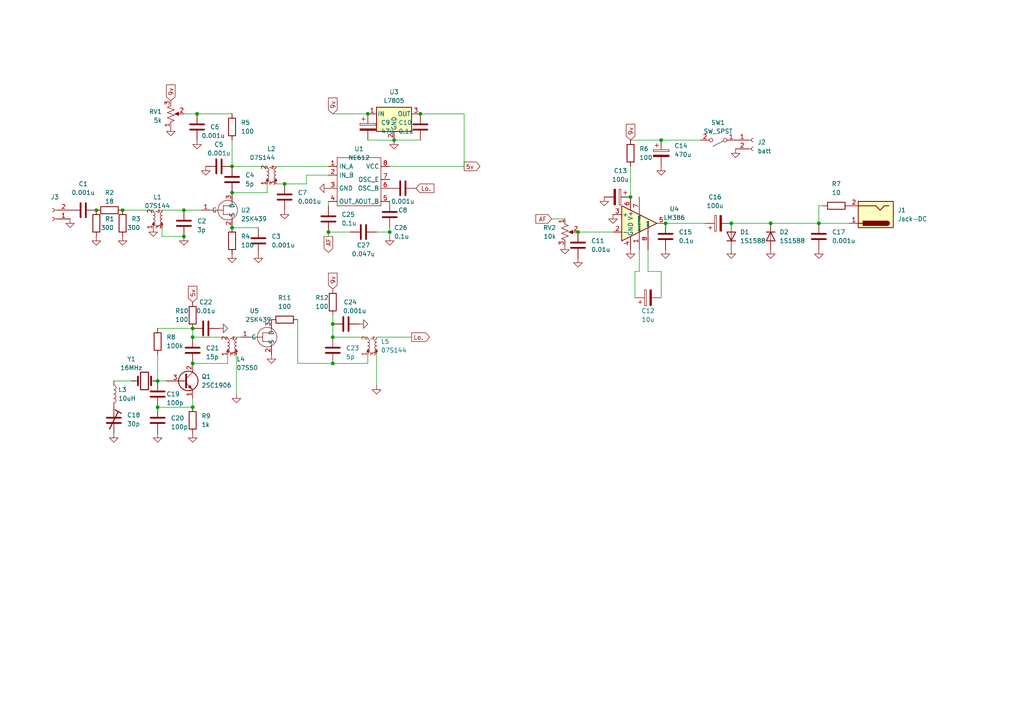
<source format=kicad_sch>
(kicad_sch (version 20230121) (generator eeschema)
  (paper "A4")
  (lib_symbols
    (symbol "2SK439_1"
      (property "Reference" "U" (at 5.08 1.27 0))
      (symbol "2SK439_1_0_1"
        (polyline (pts (xy -1.27 -1.27) (xy 1.27 -1.27) (xy 1.27 -2.54)))
        (polyline (pts (xy -1.27 1.27) (xy 1.27 1.27) (xy 1.27 2.54)))
        (circle (center 0 0) (radius 2.8398))
      )
      (symbol "2SK439_1_1_1"
        (polyline (pts (xy -5.08 0) (xy -1.27 0)))
        (polyline (pts (xy -1.27 1.27) (xy -1.27 -1.27)))
        (pin input line (at -7.62 0 0) (length 2.54) (name "G") (number "1"))
        (pin output line (at 1.27 -5.08 90) (length 2.54) (name "S") (number "2"))
        (pin input line (at 1.27 5.08 270) (length 2.54) (name "D") (number "3"))
      )
    )
    (symbol "Amplifier_Audio:LM386" (pin_names (offset 0.127))
      (property "Reference" "U" (at 1.27 7.62 0))
      (property "Value" "LM386" (at 1.27 5.08 0))
      (symbol "LM386_0_1"
        (polyline (pts (xy 5.08 0) (xy -5.08 5.08) (xy -5.08 -5.08) (xy 5.08 0)) (stroke (width 0.254)) (fill (type background)))
      )
      (symbol "LM386_1_1"
        (pin input line (at 0 -7.62 90) (length 5.08) (name "GAIN") (number "1"))
        (pin input line (at -7.62 -2.54 0) (length 2.54) (name "-") (number "2"))
        (pin input line (at -7.62 2.54 0) (length 2.54) (name "+") (number "3"))
        (pin power_in line (at -2.54 -7.62 90) (length 3.81) (name "GND") (number "4"))
        (pin output line (at 7.62 0 180) (length 2.54) (name "~") (number "5"))
        (pin power_in line (at -2.54 7.62 270) (length 3.81) (name "V+") (number "6"))
        (pin input line (at 0 7.62 270) (length 5.08) (name "BYPASS") (number "7"))
        (pin input line (at 2.54 -7.62 90) (length 6.35) (name "GAIN") (number "8"))
      )
    )
    (symbol "Connector:Conn_01x02_Socket" (pin_names (offset 1.016) hide)
      (property "Reference" "J" (at 0 2.54 0))
      (property "Value" "Conn_01x02_Socket" (at 0 -5.08 0))
      (symbol "Conn_01x02_Socket_1_1"
        (arc (start 0 -2.032) (mid -0.5058 -2.54) (end 0 -3.048) (stroke (width 0.1524)))
        (polyline (pts (xy -1.27 -2.54) (xy -0.508 -2.54)) (stroke (width 0.1524)))
        (polyline (pts (xy -1.27 0) (xy -0.508 0)) (stroke (width 0.1524)))
        (arc (start 0 0.508) (mid -0.5058 0) (end 0 -0.508) (stroke (width 0.1524)))
        (pin passive line (at -5.08 0 0) (length 3.81) (name "Pin_1") (number "1"))
        (pin passive line (at -5.08 -2.54 0) (length 3.81) (name "Pin_2") (number "2"))
      )
    )
    (symbol "Connector:Jack-DC" (pin_names (offset 1.016))
      (property "Reference" "J" (at 0 5.334 0))
      (property "Value" "Jack-DC" (at 0 -5.08 0))
      (symbol "Jack-DC_0_1"
        (rectangle (start -5.08 3.81) (end 5.08 -3.81) (stroke (width 0.254)) (fill (type background)))
        (arc (start -3.302 3.175) (mid -3.9343 2.54) (end -3.302 1.905) (stroke (width 0.254)))
        (arc (start -3.302 3.175) (mid -3.9343 2.54) (end -3.302 1.905) (stroke (width 0.254)) (fill (type outline)))
        (polyline (pts (xy 5.08 2.54) (xy 3.81 2.54)) (stroke (width 0.254)))
        (polyline (pts (xy -3.81 -2.54) (xy -2.54 -2.54) (xy -1.27 -1.27) (xy 0 -2.54) (xy 2.54 -2.54) (xy 5.08 -2.54)) (stroke (width 0.254)))
        (rectangle (start 3.683 3.175) (end -3.302 1.905) (stroke (width 0.254)) (fill (type outline)))
      )
      (symbol "Jack-DC_1_1"
        (pin passive line (at 7.62 2.54 180) (length 2.54) (name "~") (number "1"))
        (pin passive line (at 7.62 -2.54 180) (length 2.54) (name "~") (number "2"))
      )
    )
    (symbol "Device:C" (pin_numbers hide) (pin_names (offset 0.254))
      (property "Reference" "C" (at 0.635 2.54 0))
      (property "Value" "C" (at 0.635 -2.54 0))
      (symbol "C_0_1"
        (polyline (pts (xy -2.032 -0.762) (xy 2.032 -0.762)) (stroke (width 0.508)))
        (polyline (pts (xy -2.032 0.762) (xy 2.032 0.762)) (stroke (width 0.508)))
      )
      (symbol "C_1_1"
        (pin passive line (at 0 3.81 270) (length 2.794) (name "~") (number "1"))
        (pin passive line (at 0 -3.81 90) (length 2.794) (name "~") (number "2"))
      )
    )
    (symbol "Device:C_Polarized" (pin_numbers hide) (pin_names (offset 0.254))
      (property "Reference" "C" (at 0.635 2.54 0))
      (property "Value" "C_Polarized" (at 0.635 -2.54 0))
      (symbol "C_Polarized_0_1"
        (rectangle (start -2.286 0.508) (end 2.286 1.016))
        (polyline (pts (xy -1.778 2.286) (xy -0.762 2.286)))
        (polyline (pts (xy -1.27 2.794) (xy -1.27 1.778)))
        (rectangle (start 2.286 -0.508) (end -2.286 -1.016) (fill (type outline)))
      )
      (symbol "C_Polarized_1_1"
        (pin passive line (at 0 3.81 270) (length 2.794) (name "~") (number "1"))
        (pin passive line (at 0 -3.81 90) (length 2.794) (name "~") (number "2"))
      )
    )
    (symbol "Device:C_Trim" (pin_numbers hide) (pin_names (offset 0.254) hide)
      (property "Reference" "C" (at 1.524 -2.032 0))
      (property "Value" "C_Trim" (at 3.048 -3.556 0))
      (symbol "C_Trim_0_1"
        (polyline (pts (xy -2.032 -0.762) (xy 2.032 -0.762)) (stroke (width 0.508)))
        (polyline (pts (xy -2.032 0.762) (xy 2.032 0.762)) (stroke (width 0.508)))
        (polyline (pts (xy 1.27 2.54) (xy -1.27 -2.54)) (stroke (width 0.3048)))
        (polyline (pts (xy 1.27 2.54) (xy 0.381 3.048)) (stroke (width 0.3048)))
        (polyline (pts (xy 1.27 2.54) (xy 2.159 2.032)) (stroke (width 0.3048)))
      )
      (symbol "C_Trim_1_1"
        (pin passive line (at 0 3.81 270) (length 3.048) (name "~") (number "1"))
        (pin passive line (at 0 -3.81 90) (length 3.048) (name "~") (number "2"))
      )
    )
    (symbol "Device:Crystal" (pin_numbers hide) (pin_names (offset 1.016) hide)
      (property "Reference" "Y" (at 0 3.81 0))
      (property "Value" "Crystal" (at 0 -3.81 0))
      (symbol "Crystal_0_1"
        (rectangle (start -1.143 2.54) (end 1.143 -2.54) (stroke (width 0.3048)))
        (polyline (pts (xy -2.54 0) (xy -1.905 0)))
        (polyline (pts (xy -1.905 -1.27) (xy -1.905 1.27)) (stroke (width 0.508)))
        (polyline (pts (xy 1.905 -1.27) (xy 1.905 1.27)) (stroke (width 0.508)))
        (polyline (pts (xy 2.54 0) (xy 1.905 0)))
      )
      (symbol "Crystal_1_1"
        (pin passive line (at -3.81 0 0) (length 1.27) (name "1") (number "1"))
        (pin passive line (at 3.81 0 180) (length 1.27) (name "2") (number "2"))
      )
    )
    (symbol "Device:L" (pin_numbers hide) (pin_names (offset 1.016) hide)
      (property "Reference" "L" (at -1.27 0 90))
      (property "Value" "L" (at 1.905 0 90))
      (symbol "L_0_1"
        (arc (start 0 -2.54) (mid 0.6323 -1.905) (end 0 -1.27))
        (arc (start 0 -1.27) (mid 0.6323 -0.635) (end 0 0))
        (arc (start 0 0) (mid 0.6323 0.635) (end 0 1.27))
        (arc (start 0 1.27) (mid 0.6323 1.905) (end 0 2.54))
      )
      (symbol "L_1_1"
        (pin passive line (at 0 3.81 270) (length 1.27) (name "1") (number "1"))
        (pin passive line (at 0 -3.81 90) (length 1.27) (name "2") (number "2"))
      )
    )
    (symbol "Device:L_Coupled_Small" (pin_names (offset 0.254) hide)
      (property "Reference" "L" (at 0 3.175 0))
      (property "Value" "L_Coupled_Small" (at 0 -3.175 0))
      (symbol "L_Coupled_Small_0_1"
        (arc (start -2.032 1.27) (mid -1.524 0.7642) (end -1.016 1.27))
        (circle (center -1.524 -1.27) (radius 0.254) (fill (type outline)))
        (circle (center -1.524 1.27) (radius 0.254) (fill (type outline)))
        (arc (start -1.016 -1.27) (mid -1.524 -0.7642) (end -2.032 -1.27))
        (arc (start -1.016 1.27) (mid -0.508 0.7642) (end 0 1.27))
        (arc (start 0 -1.27) (mid -0.508 -0.7642) (end -1.016 -1.27))
        (arc (start 0 1.27) (mid 0.508 0.7642) (end 1.016 1.27))
        (arc (start 1.016 -1.27) (mid 0.508 -0.7642) (end 0 -1.27))
        (arc (start 1.016 1.27) (mid 1.524 0.7642) (end 2.032 1.27))
        (arc (start 2.032 -1.27) (mid 1.524 -0.7642) (end 1.016 -1.27))
      )
      (symbol "L_Coupled_Small_1_1"
        (pin passive line (at -2.54 1.27 0) (length 0.508) (name "1") (number "1"))
        (pin passive line (at 2.54 1.27 180) (length 0.508) (name "2") (number "2"))
        (pin passive line (at -2.54 -1.27 0) (length 0.508) (name "3") (number "3"))
        (pin passive line (at 2.54 -1.27 180) (length 0.508) (name "4") (number "4"))
      )
    )
    (symbol "Device:R" (pin_numbers hide) (pin_names (offset 0))
      (property "Reference" "R" (at 2.032 0 90))
      (property "Value" "R" (at 0 0 90))
      (symbol "R_0_1"
        (rectangle (start -1.016 -2.54) (end 1.016 2.54) (stroke (width 0.254)))
      )
      (symbol "R_1_1"
        (pin passive line (at 0 3.81 270) (length 1.27) (name "~") (number "1"))
        (pin passive line (at 0 -3.81 90) (length 1.27) (name "~") (number "2"))
      )
    )
    (symbol "Device:R_Potentiometer_US" (pin_names (offset 1.016) hide)
      (property "Reference" "RV" (at -4.445 0 90))
      (property "Value" "R_Potentiometer_US" (at -2.54 0 90))
      (symbol "R_Potentiometer_US_0_1"
        (polyline (pts (xy 0 -2.286) (xy 0 -2.54)))
        (polyline (pts (xy 0 2.54) (xy 0 2.286)))
        (polyline (pts (xy 2.54 0) (xy 1.524 0)))
        (polyline (pts (xy 1.143 0) (xy 2.286 0.508) (xy 2.286 -0.508) (xy 1.143 0)) (fill (type outline)))
        (polyline (pts (xy 0 -0.762) (xy 1.016 -1.143) (xy 0 -1.524) (xy -1.016 -1.905) (xy 0 -2.286)))
        (polyline (pts (xy 0 0.762) (xy 1.016 0.381) (xy 0 0) (xy -1.016 -0.381) (xy 0 -0.762)))
        (polyline (pts (xy 0 2.286) (xy 1.016 1.905) (xy 0 1.524) (xy -1.016 1.143) (xy 0 0.762)))
      )
      (symbol "R_Potentiometer_US_1_1"
        (pin passive line (at 0 3.81 270) (length 1.27) (name "1") (number "1"))
        (pin passive line (at 3.81 0 180) (length 1.27) (name "2") (number "2"))
        (pin passive line (at 0 -3.81 90) (length 1.27) (name "3") (number "3"))
      )
    )
    (symbol "Diode:1N4001" (pin_numbers hide) (pin_names hide)
      (property "Reference" "D" (at 0 2.54 0))
      (property "Value" "1N4001" (at 0 -2.54 0))
      (symbol "1N4001_0_1"
        (polyline (pts (xy -1.27 1.27) (xy -1.27 -1.27)) (stroke (width 0.254)))
        (polyline (pts (xy 1.27 0) (xy -1.27 0)))
        (polyline (pts (xy 1.27 1.27) (xy 1.27 -1.27) (xy -1.27 0) (xy 1.27 1.27)) (stroke (width 0.254)))
      )
      (symbol "1N4001_1_1"
        (pin passive line (at -3.81 0 0) (length 2.54) (name "K") (number "1"))
        (pin passive line (at 3.81 0 180) (length 2.54) (name "A") (number "2"))
      )
    )
    (symbol "New_Library:NE612"
      (property "Reference" "U" (at 0 8.89 0))
      (symbol "NE612_0_1"
        (rectangle (start -6.35 6.35) (end 6.35 -7.62))
      )
      (symbol "NE612_1_1"
        (pin input line (at -8.89 3.81 0) (length 2.54) (name "IN_A") (number "1"))
        (pin input line (at -8.89 1.27 0) (length 2.54) (name "IN_B") (number "2"))
        (pin input line (at -8.89 -2.54 0) (length 2.54) (name "GND") (number "3"))
        (pin output line (at -8.89 -6.35 0) (length 2.54) (name "OUT_A") (number "4"))
        (pin output line (at 8.89 -6.35 180) (length 2.54) (name "OUT_B") (number "5"))
        (pin input line (at 8.89 -2.54 180) (length 2.54) (name "OSC_B") (number "6"))
        (pin input line (at 8.89 0 180) (length 2.54) (name "OSC_E") (number "7"))
        (pin input line (at 8.89 3.81 180) (length 2.54) (name "VCC") (number "8"))
      )
    )
    (symbol "Regulator_Linear:L7805" (pin_names (offset 0.254))
      (property "Reference" "U" (at -3.81 3.175 0))
      (property "Value" "L7805" (at 0 3.175 0))
      (symbol "L7805_0_1"
        (rectangle (start -5.08 1.905) (end 5.08 -5.08) (stroke (width 0.254)) (fill (type background)))
      )
      (symbol "L7805_1_1"
        (pin power_in line (at -7.62 0 0) (length 2.54) (name "IN") (number "1"))
        (pin power_in line (at 0 -7.62 90) (length 2.54) (name "GND") (number "2"))
        (pin power_out line (at 7.62 0 180) (length 2.54) (name "OUT") (number "3"))
      )
    )
    (symbol "Switch:SW_SPST" (pin_names (offset 0) hide)
      (property "Reference" "SW" (at 0 3.175 0))
      (property "Value" "SW_SPST" (at 0 -2.54 0))
      (symbol "SW_SPST_0_0"
        (circle (center -2.032 0) (radius 0.508))
        (polyline (pts (xy -1.524 0.254) (xy 1.524 1.778)))
        (circle (center 2.032 0) (radius 0.508))
      )
      (symbol "SW_SPST_1_1"
        (pin passive line (at -5.08 0 0) (length 2.54) (name "A") (number "1"))
        (pin passive line (at 5.08 0 180) (length 2.54) (name "B") (number "2"))
      )
    )
    (symbol "Transistor_BJT:2SC1815" (pin_names (offset 0) hide)
      (property "Reference" "Q" (at 5.08 1.905 0))
      (property "Value" "2SC1815" (at 5.08 0 0))
      (symbol "2SC1815_0_1"
        (polyline (pts (xy 0 0) (xy 0.508 0)))
        (polyline (pts (xy 0.635 0.635) (xy 2.54 2.54)))
        (polyline (pts (xy 0.635 -0.635) (xy 2.54 -2.54) (xy 2.54 -2.54)))
        (polyline (pts (xy 0.635 1.905) (xy 0.635 -1.905) (xy 0.635 -1.905)) (stroke (width 0.508)))
        (polyline (pts (xy 1.27 -1.778) (xy 1.778 -1.27) (xy 2.286 -2.286) (xy 1.27 -1.778) (xy 1.27 -1.778)) (fill (type outline)))
        (circle (center 1.27 0) (radius 2.8194) (stroke (width 0.254)))
      )
      (symbol "2SC1815_1_1"
        (pin passive line (at 2.54 -5.08 90) (length 2.54) (name "E") (number "1"))
        (pin passive line (at 2.54 5.08 270) (length 2.54) (name "C") (number "2"))
        (pin input line (at -5.08 0 0) (length 5.08) (name "B") (number "3"))
      )
    )
    (symbol "power:GND" (power) (pin_names (offset 0))
      (property "Value" "GND" (at 0 -3.81 0))
      (symbol "GND_0_1"
        (polyline (pts (xy 0 0) (xy 0 -1.27) (xy 1.27 -1.27) (xy 0 -2.54) (xy -1.27 -1.27) (xy 0 -1.27)))
      )
      (symbol "GND_1_1"
        (pin power_in line (at 0 0 270) (length 0) hide (name "GND") (number "1"))
      )
    )
  )
  (junction (at 191.77 40.64))
  (junction (at 237.49 64.77))
  (junction (at 53.34 60.96))
  (junction (at 167.64 67.31))
  (junction (at 106.68 33.02))
  (junction (at 27.94 60.96))
  (junction (at 67.31 48.26))
  (junction (at 55.88 105.41))
  (junction (at 113.03 67.31))
  (junction (at 45.72 118.11))
  (junction (at 121.92 33.02))
  (junction (at 96.52 93.98))
  (junction (at 55.88 97.79))
  (junction (at 114.3 40.64))
  (junction (at 95.25 67.31))
  (junction (at 57.15 33.02))
  (junction (at 96.52 105.41))
  (junction (at 67.31 55.88))
  (junction (at 55.88 118.11))
  (junction (at 96.52 97.79))
  (junction (at 45.72 110.49))
  (junction (at 82.55 53.34))
  (junction (at 182.88 57.15))
  (junction (at 193.04 64.77))
  (junction (at 223.52 64.77))
  (junction (at 53.34 68.58))
  (junction (at 35.56 60.96))
  (junction (at 67.31 66.04))
  (junction (at 212.09 64.77))
  (junction (at 55.88 95.25))
  (wire (pts (xy 53.34 60.96) (xy 58.42 60.96)))
  (wire (pts (xy 185.42 78.74) (xy 185.42 72.39)))
  (wire (pts (xy 95.25 50.8) (xy 88.9 50.8)))
  (wire (pts (xy 182.88 40.64) (xy 191.77 40.64)))
  (wire (pts (xy 109.22 67.31) (xy 113.03 67.31)))
  (wire (pts (xy 53.34 33.02) (xy 57.15 33.02)))
  (wire (pts (xy 237.49 59.69) (xy 237.49 64.77)))
  (wire (pts (xy 80.01 53.34) (xy 82.55 53.34)))
  (wire (pts (xy 55.88 97.79) (xy 66.04 97.79)))
  (wire (pts (xy 35.56 60.96) (xy 44.45 60.96)))
  (wire (pts (xy 96.52 93.98) (xy 96.52 97.79)))
  (wire (pts (xy 68.58 114.3) (xy 68.58 102.87)))
  (wire (pts (xy 68.58 97.79) (xy 69.85 97.79)))
  (wire (pts (xy 86.36 105.41) (xy 96.52 105.41)))
  (wire (pts (xy 55.88 115.57) (xy 55.88 118.11)))
  (wire (pts (xy 66.04 105.41) (xy 55.88 105.41)))
  (wire (pts (xy 191.77 78.74) (xy 187.96 78.74)))
  (wire (pts (xy 160.02 63.5) (xy 163.83 63.5)))
  (wire (pts (xy 80.01 48.26) (xy 95.25 48.26)))
  (wire (pts (xy 46.99 66.04) (xy 46.99 68.58)))
  (wire (pts (xy 45.72 118.11) (xy 55.88 118.11)))
  (wire (pts (xy 67.31 66.04) (xy 74.93 66.04)))
  (wire (pts (xy 106.68 40.64) (xy 114.3 40.64)))
  (wire (pts (xy 77.47 53.34) (xy 77.47 55.88)))
  (wire (pts (xy 66.04 102.87) (xy 66.04 105.41)))
  (wire (pts (xy 45.72 102.87) (xy 45.72 110.49)))
  (wire (pts (xy 113.03 67.31) (xy 113.03 66.04)))
  (wire (pts (xy 46.99 68.58) (xy 53.34 68.58)))
  (wire (pts (xy 96.52 91.44) (xy 96.52 93.98)))
  (wire (pts (xy 121.92 33.02) (xy 134.62 33.02)))
  (wire (pts (xy 134.62 48.26) (xy 113.03 48.26)))
  (wire (pts (xy 96.52 33.02) (xy 106.68 33.02)))
  (wire (pts (xy 184.15 86.36) (xy 184.15 78.74)))
  (wire (pts (xy 134.62 33.02) (xy 134.62 48.26)))
  (wire (pts (xy 106.68 102.87) (xy 106.68 105.41)))
  (wire (pts (xy 67.31 48.26) (xy 77.47 48.26)))
  (wire (pts (xy 95.25 59.69) (xy 95.25 58.42)))
  (wire (pts (xy 57.15 33.02) (xy 67.31 33.02)))
  (wire (pts (xy 109.22 97.79) (xy 119.38 97.79)))
  (wire (pts (xy 237.49 64.77) (xy 246.38 64.77)))
  (wire (pts (xy 187.96 72.39) (xy 187.96 78.74)))
  (wire (pts (xy 95.25 68.58) (xy 95.25 67.31)))
  (wire (pts (xy 45.72 95.25) (xy 55.88 95.25)))
  (wire (pts (xy 113.03 68.58) (xy 113.03 67.31)))
  (wire (pts (xy 223.52 64.77) (xy 237.49 64.77)))
  (wire (pts (xy 67.31 55.88) (xy 77.47 55.88)))
  (wire (pts (xy 38.1 110.49) (xy 33.02 110.49)))
  (wire (pts (xy 109.22 102.87) (xy 109.22 111.76)))
  (wire (pts (xy 96.52 97.79) (xy 106.68 97.79)))
  (wire (pts (xy 101.6 67.31) (xy 95.25 67.31)))
  (wire (pts (xy 114.3 40.64) (xy 121.92 40.64)))
  (wire (pts (xy 45.72 110.49) (xy 48.26 110.49)))
  (wire (pts (xy 46.99 60.96) (xy 53.34 60.96)))
  (wire (pts (xy 86.36 92.71) (xy 86.36 105.41)))
  (wire (pts (xy 55.88 95.25) (xy 55.88 97.79)))
  (wire (pts (xy 88.9 50.8) (xy 88.9 53.34)))
  (wire (pts (xy 191.77 86.36) (xy 191.77 78.74)))
  (wire (pts (xy 212.09 64.77) (xy 223.52 64.77)))
  (wire (pts (xy 82.55 53.34) (xy 88.9 53.34)))
  (wire (pts (xy 193.04 64.77) (xy 204.47 64.77)))
  (wire (pts (xy 191.77 40.64) (xy 203.2 40.64)))
  (wire (pts (xy 67.31 40.64) (xy 67.31 48.26)))
  (wire (pts (xy 238.76 59.69) (xy 237.49 59.69)))
  (wire (pts (xy 177.8 67.31) (xy 167.64 67.31)))
  (wire (pts (xy 184.15 78.74) (xy 185.42 78.74)))
  (wire (pts (xy 106.68 105.41) (xy 96.52 105.41)))
  (wire (pts (xy 182.88 48.26) (xy 182.88 57.15)))
  (global_label "9v" (shape input) (at 49.53 29.21 90) (property "Intersheetrefs" "${INTERSHEET_REFS}" (effects hide)))
  (global_label "AF" (shape input) (at 160.02 63.5 180) (property "Intersheetrefs" "${INTERSHEET_REFS}" (effects hide)))
  (global_label "5v" (shape input) (at 55.88 87.63 90) (property "Intersheetrefs" "${INTERSHEET_REFS}" (effects hide)))
  (global_label "5v" (shape output) (at 134.62 48.26 0) (property "Intersheetrefs" "${INTERSHEET_REFS}" (effects hide)))
  (global_label "Lo." (shape input) (at 120.65 54.61 0) (property "Intersheetrefs" "${INTERSHEET_REFS}" (effects hide)))
  (global_label "9v" (shape input) (at 182.88 40.64 90) (property "Intersheetrefs" "${INTERSHEET_REFS}" (effects hide)))
  (global_label "Lo." (shape output) (at 119.38 97.79 0) (property "Intersheetrefs" "${INTERSHEET_REFS}" (effects hide)))
  (global_label "AF" (shape output) (at 95.25 68.58 270) (property "Intersheetrefs" "${INTERSHEET_REFS}" (effects hide)))
  (global_label "9v" (shape input) (at 96.52 33.02 90) (property "Intersheetrefs" "${INTERSHEET_REFS}" (effects hide)))
  (global_label "9v" (shape input) (at 96.52 83.82 90) (property "Intersheetrefs" "${INTERSHEET_REFS}" (effects hide)))
  (symbol (lib_id "Device:C") (at 45.72 114.3 0) (unit 1)
    (property "Reference" "C19" (at 48.26 114.3 0) (effects (justify left)))
    (property "Value" "100p" (at 48.26 116.84 0) (effects (justify left)))
    (property "Footprint" "Capacitor_THT:C_Disc_D5.0mm_W2.5mm_P2.50mm" (effects hide))
  )
  (symbol (lib_id "Device:C") (at 193.04 68.58 0) (unit 1)
    (property "Reference" "C15" (at 196.85 67.31 0) (effects (justify left)))
    (property "Value" "0.1u" (at 196.85 69.85 0) (effects (justify left)))
    (property "Footprint" "Capacitor_THT:C_Disc_D5.0mm_W2.5mm_P2.50mm" (effects hide))
  )
  (symbol (lib_id "Diode:1N4001") (at 223.52 68.58 270) (unit 1)
    (property "Reference" "D2" (at 226.06 67.31 90) (effects (justify left)))
    (property "Value" "1S1588" (at 226.06 69.85 90) (effects (justify left)))
    (property "Footprint" "Diode_THT:D_DO-41_SOD81_P2.54mm_Vertical_AnodeUp" (effects hide))
    (property "Datasheet" "http://www.vishay.com/docs/88503/1n4001.pdf" (effects hide))
    (property "Sim.Device" "D" (effects hide))
    (property "Sim.Pins" "1=K 2=A" (effects hide))
  )
  (symbol (lib_id "Device:L") (at 33.02 114.3 0) (unit 1)
    (property "Reference" "L3" (at 34.29 113.03 0) (effects (justify left)))
    (property "Value" "10uH" (at 34.29 115.57 0) (effects (justify left)))
    (property "Footprint" "Inductor_THT:L_Axial_L5.3mm_D2.2mm_P7.62mm_Horizontal_Vishay_IM-1" (effects hide))
  )
  (symbol (lib_id "Diode:1N4001") (at 212.09 68.58 90) (unit 1)
    (property "Reference" "D1" (at 214.63 67.31 90) (effects (justify right)))
    (property "Value" "1S1588" (at 214.63 69.85 90) (effects (justify right)))
    (property "Footprint" "Diode_THT:D_DO-41_SOD81_P10.16mm_Horizontal" (effects hide))
    (property "Datasheet" "http://www.vishay.com/docs/88503/1n4001.pdf" (effects hide))
    (property "Sim.Device" "D" (effects hide))
    (property "Sim.Pins" "1=K 2=A" (effects hide))
  )
  (symbol (lib_id "power:GND") (at 182.88 72.39 0) (unit 1)
    (property "Reference" "#PWR015" (effects hide))
    (property "Value" "GND" (effects hide))
  )
  (symbol (lib_id "Device:R") (at 31.75 60.96 90) (unit 1)
    (property "Reference" "R2" (at 31.75 55.88 90))
    (property "Value" "18" (at 31.75 58.42 90))
    (property "Footprint" "Resistor_THT:R_Axial_DIN0207_L6.3mm_D2.5mm_P7.62mm_Horizontal" (effects hide))
  )
  (symbol (lib_id "Device:L_Coupled_Small") (at 78.74 50.8 90) (unit 1)
    (property "Reference" "L2" (at 77.47 43.18 90) (effects (justify right)))
    (property "Value" "07S144" (at 72.39 45.72 90) (effects (justify right)))
    (property "Footprint" "Library:FCZ" (effects hide))
  )
  (symbol (lib_id "Device:R") (at 35.56 64.77 0) (unit 1)
    (property "Reference" "R3" (at 38.1 63.5 0) (effects (justify left)))
    (property "Value" "300" (at 36.83 66.04 0) (effects (justify left)))
    (property "Footprint" "Resistor_THT:R_Axial_DIN0207_L6.3mm_D2.5mm_P7.62mm_Horizontal" (effects hide))
  )
  (symbol (lib_id "power:GND") (at 57.15 40.64 0) (unit 1)
    (property "Reference" "#PWR07" (effects hide))
    (property "Value" "GND" (effects hide))
  )
  (symbol (lib_id "power:GND") (at 95.25 54.61 270) (unit 1)
    (property "Reference" "#PWR010" (effects hide))
    (property "Value" "GND" (effects hide))
  )
  (symbol (lib_id "Device:C") (at 82.55 57.15 0) (unit 1)
    (property "Reference" "C7" (at 86.36 55.88 0) (effects (justify left)))
    (property "Value" "0.001u" (at 86.36 58.42 0) (effects (justify left)))
    (property "Footprint" "Capacitor_THT:C_Disc_D5.0mm_W2.5mm_P2.50mm" (effects hide))
  )
  (symbol (lib_id "Device:C") (at 57.15 36.83 0) (unit 1)
    (property "Reference" "C6" (at 60.96 36.83 0) (effects (justify left)))
    (property "Value" "0.001u" (at 58.42 39.37 0) (effects (justify left)))
    (property "Footprint" "Capacitor_THT:C_Disc_D5.0mm_W2.5mm_P2.50mm" (effects hide))
  )
  (symbol (lib_id "Device:C_Polarized") (at 106.68 36.83 0) (unit 1)
    (property "Reference" "C9" (at 110.49 35.56 0) (effects (justify left)))
    (property "Value" "47u" (at 110.49 38.1 0) (effects (justify left)))
    (property "Footprint" "Capacitor_THT:CP_Radial_D6.3mm_P2.50mm" (effects hide))
  )
  (symbol (lib_id "Device:R_Potentiometer_US") (at 163.83 67.31 0) (unit 1)
    (property "Reference" "RV2" (at 161.29 66.04 0) (effects (justify right)))
    (property "Value" "10k" (at 161.29 68.58 0) (effects (justify right)))
    (property "Footprint" "Potentiometer_THT:Potentiometer_Vishay_T73YP_Vertical" (effects hide))
  )
  (symbol (lib_id "Device:C") (at 67.31 52.07 0) (unit 1)
    (property "Reference" "C4" (at 71.12 50.8 0) (effects (justify left)))
    (property "Value" "5p" (at 71.12 53.34 0) (effects (justify left)))
    (property "Footprint" "Capacitor_THT:C_Disc_D5.0mm_W2.5mm_P2.50mm" (effects hide))
  )
  (symbol (lib_id "power:GND") (at 49.53 36.83 0) (unit 1)
    (property "Reference" "#PWR09" (effects hide))
    (property "Value" "GND" (effects hide))
  )
  (symbol (lib_id "Device:C") (at 24.13 60.96 90) (unit 1)
    (property "Reference" "C1" (at 24.13 53.34 90))
    (property "Value" "0.001u" (at 24.13 55.88 90))
    (property "Footprint" "Capacitor_THT:C_Disc_D5.0mm_W2.5mm_P2.50mm" (effects hide))
  )
  (symbol (lib_id "Device:R") (at 242.57 59.69 90) (unit 1)
    (property "Reference" "R7" (at 242.57 53.34 90))
    (property "Value" "10" (at 242.57 55.88 90))
    (property "Footprint" "Resistor_THT:R_Axial_DIN0207_L6.3mm_D2.5mm_P7.62mm_Horizontal" (effects hide))
  )
  (symbol (lib_id "Device:R") (at 182.88 44.45 0) (unit 1)
    (property "Reference" "R6" (at 185.42 43.18 0) (effects (justify left)))
    (property "Value" "100" (at 185.42 45.72 0) (effects (justify left)))
    (property "Footprint" "Resistor_THT:R_Axial_DIN0207_L6.3mm_D2.5mm_P7.62mm_Horizontal" (effects hide))
  )
  (symbol (lib_id "Connector:Conn_01x02_Socket") (at 218.44 40.64 0) (unit 1)
    (property "Reference" "J2" (at 219.71 41.275 0) (effects (justify left)))
    (property "Value" "batt" (at 219.71 43.815 0) (effects (justify left)))
    (property "Footprint" "Connector_PinSocket_2.54mm:PinSocket_1x02_P2.54mm_Vertical" (effects hide))
  )
  (symbol (lib_id "power:GND") (at 82.55 60.96 0) (unit 1)
    (property "Reference" "#PWR030" (effects hide))
    (property "Value" "GND" (effects hide))
  )
  (symbol (lib_id "power:GND") (at 44.45 66.04 0) (unit 1)
    (property "Reference" "#PWR04" (effects hide))
    (property "Value" "GND" (effects hide))
  )
  (symbol (lib_id "power:GND") (at 27.94 68.58 0) (unit 1)
    (property "Reference" "#PWR01" (effects hide))
    (property "Value" "GND" (effects hide))
  )
  (symbol (lib_id "power:GND") (at 191.77 48.26 0) (unit 1)
    (property "Reference" "#PWR017" (effects hide))
    (property "Value" "GND" (effects hide))
  )
  (symbol (lib_id "Device:C") (at 105.41 67.31 90) (unit 1)
    (property "Reference" "C27" (at 105.41 71.12 90))
    (property "Value" "0.047u" (at 105.41 73.66 90))
    (property "Footprint" "Capacitor_THT:C_Disc_D5.0mm_W2.5mm_P2.50mm" (effects hide))
  )
  (symbol (lib_id "power:GND") (at 20.32 63.5 0) (unit 1)
    (property "Reference" "#PWR032" (effects hide))
    (property "Value" "GND" (effects hide))
  )
  (symbol (lib_name "2SK439_1") (lib_id "New_Library:2SK439") (at 77.47 97.79 0) (unit 1)
    (property "Reference" "U5" (at 72.39 90.17 0) (effects (justify left)))
    (property "Value" "2SK439" (at 74.93 92.71 0))
    (property "Footprint" "Package_TO_SOT_THT:TO-92_Inline_Wide" (effects hide))
  )
  (symbol (lib_id "Amplifier_Audio:LM386") (at 185.42 64.77 0) (unit 1)
    (property "Reference" "U4" (at 195.58 60.5791 0))
    (property "Value" "LM386" (at 195.58 63.1191 0))
    (property "Footprint" "Package_DIP:DIP-8_W7.62mm" (effects hide))
    (property "Datasheet" "http://www.ti.com/lit/ds/symlink/lm386.pdf" (effects hide))
  )
  (symbol (lib_id "power:GND") (at 193.04 72.39 0) (unit 1)
    (property "Reference" "#PWR018" (effects hide))
    (property "Value" "GND" (effects hide))
  )
  (symbol (lib_name "2SK439_1") (lib_id "New_Library:2SK439") (at 66.04 60.96 0) (unit 1)
    (property "Reference" "U2" (at 69.85 60.96 0) (effects (justify left)))
    (property "Value" "2SK439" (at 73.66 63.5 0))
    (property "Footprint" "Package_TO_SOT_THT:TO-92_Inline_Wide" (effects hide))
  )
  (symbol (lib_id "Device:C") (at 167.64 71.12 0) (unit 1)
    (property "Reference" "C11" (at 171.45 69.85 0) (effects (justify left)))
    (property "Value" "0.01u" (at 171.45 72.39 0) (effects (justify left)))
    (property "Footprint" "Capacitor_THT:C_Disc_D5.0mm_W2.5mm_P2.50mm" (effects hide))
  )
  (symbol (lib_id "power:GND") (at 167.64 74.93 0) (unit 1)
    (property "Reference" "#PWR013" (effects hide))
    (property "Value" "GND" (effects hide))
  )
  (symbol (lib_id "Device:R_Potentiometer_US") (at 49.53 33.02 0) (mirror x) (unit 1)
    (property "Reference" "RV1" (at 46.99 32.385 0) (effects (justify right)))
    (property "Value" "5k" (at 46.99 34.925 0) (effects (justify right)))
    (property "Footprint" "Potentiometer_THT:Potentiometer_Alps_RK09Y11_Single_Horizontal" (effects hide))
  )
  (symbol (lib_id "power:GND") (at 35.56 68.58 0) (unit 1)
    (property "Reference" "#PWR02" (effects hide))
    (property "Value" "GND" (effects hide))
  )
  (symbol (lib_id "New_Library:NE612") (at 104.14 52.07 0) (unit 1)
    (property "Reference" "U1" (at 104.14 43.18 0))
    (property "Value" "NE612" (at 104.14 45.72 0))
    (property "Footprint" "Package_DIP:DIP-8_W7.62mm" (effects hide))
  )
  (symbol (lib_id "power:GND") (at 68.58 114.3 0) (unit 1)
    (property "Reference" "#PWR025" (effects hide))
    (property "Value" "GND" (effects hide))
  )
  (symbol (lib_id "power:GND") (at 113.03 68.58 0) (unit 1)
    (property "Reference" "#PWR033" (effects hide))
    (property "Value" "GND" (effects hide))
  )
  (symbol (lib_id "Device:C") (at 116.84 54.61 90) (unit 1)
    (property "Reference" "C8" (at 116.84 60.96 90))
    (property "Value" "0.001u" (at 116.84 58.42 90))
    (property "Footprint" "Capacitor_THT:C_Disc_D5.0mm_W2.5mm_P2.50mm" (effects hide))
  )
  (symbol (lib_id "Device:C_Polarized") (at 187.96 86.36 90) (unit 1)
    (property "Reference" "C12" (at 187.96 90.17 90))
    (property "Value" "10u" (at 187.96 92.71 90))
    (property "Footprint" "Capacitor_THT:CP_Radial_D6.3mm_P2.50mm" (effects hide))
  )
  (symbol (lib_id "Regulator_Linear:L7805") (at 114.3 33.02 0) (unit 1)
    (property "Reference" "U3" (at 114.3 26.67 0))
    (property "Value" "L7805" (at 114.3 29.21 0))
    (property "Footprint" "Package_TO_SOT_THT:TO-220-3_Vertical" (effects hide))
    (property "Datasheet" "http://www.st.com/content/ccc/resource/technical/document/datasheet/41/4f/b3/b0/12/d4/47/88/CD00000444.pdf/files/CD00000444.pdf/jcr:content/translations/en.CD00000444.pdf" (effects hide))
  )
  (symbol (lib_id "Device:C_Polarized") (at 179.07 57.15 270) (unit 1)
    (property "Reference" "C13" (at 179.959 49.53 90))
    (property "Value" "100u" (at 179.959 52.07 90))
    (property "Footprint" "Capacitor_THT:CP_Radial_D6.3mm_P2.50mm" (effects hide))
  )
  (symbol (lib_id "power:GND") (at 104.14 93.98 90) (unit 1)
    (property "Reference" "#PWR027" (effects hide))
    (property "Value" "GND" (effects hide))
  )
  (symbol (lib_id "Device:C") (at 45.72 121.92 0) (unit 1)
    (property "Reference" "C20" (at 49.53 121.285 0) (effects (justify left)))
    (property "Value" "100p" (at 49.53 123.825 0) (effects (justify left)))
    (property "Footprint" "Capacitor_THT:C_Disc_D5.0mm_W2.5mm_P2.50mm" (effects hide))
  )
  (symbol (lib_id "Device:R") (at 67.31 69.85 0) (unit 1)
    (property "Reference" "R4" (at 69.85 68.58 0) (effects (justify left)))
    (property "Value" "100" (at 69.85 71.12 0) (effects (justify left)))
    (property "Footprint" "Resistor_THT:R_Axial_DIN0207_L6.3mm_D2.5mm_P7.62mm_Horizontal" (effects hide))
  )
  (symbol (lib_id "power:GND") (at 114.3 40.64 0) (unit 1)
    (property "Reference" "#PWR011" (effects hide))
    (property "Value" "GND" (effects hide))
  )
  (symbol (lib_id "power:GND") (at 175.26 57.15 0) (unit 1)
    (property "Reference" "#PWR016" (effects hide))
    (property "Value" "GND" (effects hide))
  )
  (symbol (lib_id "Device:C") (at 100.33 93.98 90) (unit 1)
    (property "Reference" "C24" (at 101.6 87.63 90))
    (property "Value" "0.001u" (at 102.87 90.17 90))
    (property "Footprint" "Capacitor_THT:C_Disc_D5.0mm_W2.5mm_P2.50mm" (effects hide))
  )
  (symbol (lib_id "Device:C") (at 63.5 48.26 90) (unit 1)
    (property "Reference" "C5" (at 63.5 41.91 90))
    (property "Value" "0.001u" (at 63.5 44.45 90))
    (property "Footprint" "Capacitor_THT:C_Disc_D5.0mm_W2.5mm_P2.50mm" (effects hide))
  )
  (symbol (lib_id "Device:C_Polarized") (at 191.77 44.45 0) (unit 1)
    (property "Reference" "C14" (at 195.58 42.291 0) (effects (justify left)))
    (property "Value" "470u" (at 195.58 44.831 0) (effects (justify left)))
    (property "Footprint" "Capacitor_THT:CP_Radial_D6.3mm_P2.50mm" (effects hide))
  )
  (symbol (lib_id "power:GND") (at 45.72 125.73 0) (unit 1)
    (property "Reference" "#PWR023" (effects hide))
    (property "Value" "GND" (effects hide))
  )
  (symbol (lib_id "Device:R") (at 55.88 121.92 0) (unit 1)
    (property "Reference" "R9" (at 58.42 120.65 0) (effects (justify left)))
    (property "Value" "1k" (at 58.42 123.19 0) (effects (justify left)))
    (property "Footprint" "Resistor_THT:R_Axial_DIN0207_L6.3mm_D2.5mm_P7.62mm_Horizontal" (effects hide))
  )
  (symbol (lib_id "Device:Crystal") (at 41.91 110.49 0) (unit 1)
    (property "Reference" "Y1" (at 38.1 104.14 0))
    (property "Value" "16MHz" (at 38.1 106.68 0))
    (property "Footprint" "Crystal:Crystal_HC49-4H_Vertical" (effects hide))
  )
  (symbol (lib_id "Device:C") (at 59.69 95.25 90) (unit 1)
    (property "Reference" "C22" (at 59.69 87.63 90))
    (property "Value" "0.01u" (at 59.69 90.17 90))
    (property "Footprint" "Capacitor_THT:C_Disc_D5.0mm_W2.5mm_P2.50mm" (effects hide))
  )
  (symbol (lib_id "Device:R") (at 27.94 64.77 0) (unit 1)
    (property "Reference" "R1" (at 30.48 63.5 0) (effects (justify left)))
    (property "Value" "300" (at 29.21 66.04 0) (effects (justify left)))
    (property "Footprint" "Resistor_THT:R_Axial_DIN0207_L6.3mm_D2.5mm_P7.62mm_Horizontal" (effects hide))
  )
  (symbol (lib_id "Device:R") (at 55.88 91.44 0) (unit 1)
    (property "Reference" "R10" (at 50.8 90.17 0) (effects (justify left)))
    (property "Value" "100" (at 50.8 92.71 0) (effects (justify left)))
    (property "Footprint" "Resistor_THT:R_Axial_DIN0207_L6.3mm_D2.5mm_P7.62mm_Horizontal" (effects hide))
  )
  (symbol (lib_id "power:GND") (at 59.69 48.26 0) (unit 1)
    (property "Reference" "#PWR08" (effects hide))
    (property "Value" "GND" (effects hide))
  )
  (symbol (lib_id "Switch:SW_SPST") (at 208.28 40.64 180) (unit 1)
    (property "Reference" "SW1" (at 208.28 35.56 0))
    (property "Value" "SW_SPST" (at 208.28 38.1 0))
    (property "Footprint" "Button_Switch_THT:SW_CuK_JS202011CQN_DPDT_Straight" (effects hide))
  )
  (symbol (lib_id "Device:C") (at 96.52 101.6 0) (unit 1)
    (property "Reference" "C23" (at 100.33 100.965 0) (effects (justify left)))
    (property "Value" "5p" (at 100.33 103.505 0) (effects (justify left)))
    (property "Footprint" "Capacitor_THT:C_Disc_D5.0mm_W2.5mm_P2.50mm" (effects hide))
  )
  (symbol (lib_id "Device:R") (at 82.55 92.71 90) (unit 1)
    (property "Reference" "R11" (at 82.55 86.36 90))
    (property "Value" "100" (at 82.55 88.9 90))
    (property "Footprint" "Resistor_THT:R_Axial_DIN0207_L6.3mm_D2.5mm_P7.62mm_Horizontal" (effects hide))
  )
  (symbol (lib_id "power:GND") (at 53.34 68.58 0) (unit 1)
    (property "Reference" "#PWR03" (effects hide))
    (property "Value" "GND" (effects hide))
  )
  (symbol (lib_id "Device:C") (at 95.25 63.5 0) (unit 1)
    (property "Reference" "C25" (at 99.06 62.23 0) (effects (justify left)))
    (property "Value" "0.1u" (at 99.06 64.77 0) (effects (justify left)))
    (property "Footprint" "Capacitor_THT:C_Disc_D5.0mm_W2.5mm_P2.50mm" (effects hide))
  )
  (symbol (lib_id "power:GND") (at 33.02 125.73 0) (unit 1)
    (property "Reference" "#PWR021" (effects hide))
    (property "Value" "GND" (effects hide))
  )
  (symbol (lib_id "Connector:Conn_01x02_Socket") (at 15.24 63.5 180) (unit 1)
    (property "Reference" "J3" (at 15.875 57.15 0))
    (property "Value" "ant" (effects hide))
    (property "Footprint" "Connector_PinSocket_2.54mm:PinSocket_1x02_P2.54mm_Vertical" (effects hide))
  )
  (symbol (lib_id "Device:C") (at 121.92 36.83 0) (unit 1)
    (property "Reference" "C10" (at 115.57 35.56 0) (effects (justify left)))
    (property "Value" "0.1u" (at 115.57 38.1 0) (effects (justify left)))
    (property "Footprint" "Capacitor_THT:C_Disc_D5.0mm_W2.5mm_P2.50mm" (effects hide))
  )
  (symbol (lib_id "Device:R") (at 67.31 36.83 0) (unit 1)
    (property "Reference" "R5" (at 69.85 35.56 0) (effects (justify left)))
    (property "Value" "100" (at 69.85 38.1 0) (effects (justify left)))
    (property "Footprint" "Resistor_THT:R_Axial_DIN0207_L6.3mm_D2.5mm_P7.62mm_Horizontal" (effects hide))
  )
  (symbol (lib_id "power:GND") (at 109.22 111.76 0) (unit 1)
    (property "Reference" "#PWR028" (effects hide))
    (property "Value" "GND" (effects hide))
  )
  (symbol (lib_id "Transistor_BJT:2SC1815") (at 53.34 110.49 0) (unit 1)
    (property "Reference" "Q1" (at 58.42 109.22 0) (effects (justify left)))
    (property "Value" "2SC1906" (at 58.42 111.76 0) (effects (justify left)))
    (property "Footprint" "Package_TO_SOT_THT:TO-92_Inline_Wide" (effects hide))
    (property "Datasheet" "https://media.digikey.com/pdf/Data%20Sheets/Toshiba%20PDFs/2SC1815.pdf" (effects hide))
  )
  (symbol (lib_id "Device:C_Trim") (at 33.02 121.92 0) (unit 1)
    (property "Reference" "C18" (at 36.83 120.396 0) (effects (justify left)))
    (property "Value" "30p" (at 36.83 122.936 0) (effects (justify left)))
    (property "Footprint" "Library:c_trim" (effects hide))
  )
  (symbol (lib_id "power:GND") (at 78.74 102.87 0) (unit 1)
    (property "Reference" "#PWR026" (effects hide))
    (property "Value" "GND" (effects hide))
  )
  (symbol (lib_id "Device:C") (at 74.93 69.85 0) (unit 1)
    (property "Reference" "C3" (at 78.74 68.58 0) (effects (justify left)))
    (property "Value" "0.001u" (at 78.74 71.12 0) (effects (justify left)))
    (property "Footprint" "Capacitor_THT:C_Disc_D5.0mm_W2.5mm_P2.50mm" (effects hide))
  )
  (symbol (lib_id "Device:C") (at 55.88 101.6 0) (unit 1)
    (property "Reference" "C21" (at 59.69 100.965 0) (effects (justify left)))
    (property "Value" "15p" (at 59.69 103.505 0) (effects (justify left)))
    (property "Footprint" "Capacitor_THT:C_Disc_D5.0mm_W2.5mm_P2.50mm" (effects hide))
  )
  (symbol (lib_id "power:GND") (at 55.88 125.73 0) (unit 1)
    (property "Reference" "#PWR022" (effects hide))
    (property "Value" "GND" (effects hide))
  )
  (symbol (lib_id "power:GND") (at 177.8 62.23 0) (unit 1)
    (property "Reference" "#PWR014" (effects hide))
    (property "Value" "GND" (effects hide))
  )
  (symbol (lib_id "Device:L_Coupled_Small") (at 67.31 100.33 90) (unit 1)
    (property "Reference" "L4" (at 68.58 104.14 90) (effects (justify right)))
    (property "Value" "07S50" (at 68.58 106.68 90) (effects (justify right)))
    (property "Footprint" "Library:FCZ" (effects hide))
  )
  (symbol (lib_id "power:GND") (at 212.09 72.39 0) (unit 1)
    (property "Reference" "#PWR019" (effects hide))
    (property "Value" "GND" (effects hide))
  )
  (symbol (lib_id "power:GND") (at 67.31 73.66 0) (unit 1)
    (property "Reference" "#PWR05" (effects hide))
    (property "Value" "GND" (effects hide))
  )
  (symbol (lib_id "Device:C") (at 53.34 64.77 0) (unit 1)
    (property "Reference" "C2" (at 57.15 64.135 0) (effects (justify left)))
    (property "Value" "3p" (at 57.15 66.675 0) (effects (justify left)))
    (property "Footprint" "Capacitor_THT:C_Disc_D5.0mm_W2.5mm_P2.50mm" (effects hide))
  )
  (symbol (lib_id "Device:R") (at 45.72 99.06 0) (unit 1)
    (property "Reference" "R8" (at 48.26 97.79 0) (effects (justify left)))
    (property "Value" "100k" (at 48.26 100.33 0) (effects (justify left)))
    (property "Footprint" "Resistor_THT:R_Axial_DIN0207_L6.3mm_D2.5mm_P7.62mm_Horizontal" (effects hide))
  )
  (symbol (lib_id "Device:C") (at 113.03 62.23 0) (unit 1)
    (property "Reference" "C26" (at 114.3 66.04 0) (effects (justify left)))
    (property "Value" "0.1u" (at 114.3 68.58 0) (effects (justify left)))
    (property "Footprint" "Capacitor_THT:C_Disc_D5.0mm_W2.5mm_P5.00mm" (effects hide))
  )
  (symbol (lib_id "power:GND") (at 163.83 71.12 0) (unit 1)
    (property "Reference" "#PWR012" (effects hide))
    (property "Value" "GND" (effects hide))
  )
  (symbol (lib_id "Device:L_Coupled_Small") (at 45.72 63.5 90) (unit 1)
    (property "Reference" "L1" (at 44.45 57.15 90) (effects (justify right)))
    (property "Value" "07S144" (at 41.91 59.69 90) (effects (justify right)))
    (property "Footprint" "Library:FCZ" (effects hide))
  )
  (symbol (lib_id "Connector:Jack-DC") (at 254 62.23 180) (unit 1)
    (property "Reference" "J1" (at 260.35 60.96 0) (effects (justify right)))
    (property "Value" "Jack-DC" (at 260.35 63.5 0) (effects (justify right)))
    (property "Footprint" "Library:2.5jack" (effects hide))
  )
  (symbol (lib_id "power:GND") (at 74.93 73.66 0) (unit 1)
    (property "Reference" "#PWR06" (effects hide))
    (property "Value" "GND" (effects hide))
  )
  (symbol (lib_id "Device:C_Polarized") (at 208.28 64.77 90) (unit 1)
    (property "Reference" "C16" (at 207.391 57.15 90))
    (property "Value" "100u" (at 207.391 59.69 90))
    (property "Footprint" "Capacitor_THT:CP_Radial_D6.3mm_P2.50mm" (effects hide))
  )
  (symbol (lib_id "Device:L_Coupled_Small") (at 107.95 100.33 90) (unit 1)
    (property "Reference" "L5" (at 110.49 99.06 90) (effects (justify right)))
    (property "Value" "07S144" (at 110.49 101.6 90) (effects (justify right)))
    (property "Footprint" "Library:FCZ" (effects hide))
  )
  (symbol (lib_id "power:GND") (at 237.49 72.39 0) (unit 1)
    (property "Reference" "#PWR029" (effects hide))
    (property "Value" "GND" (effects hide))
  )
  (symbol (lib_id "power:GND") (at 213.36 43.18 0) (unit 1)
    (property "Reference" "#PWR031" (effects hide))
    (property "Value" "GND" (effects hide))
  )
  (symbol (lib_id "power:GND") (at 63.5 95.25 90) (unit 1)
    (property "Reference" "#PWR024" (effects hide))
    (property "Value" "GND" (effects hide))
  )
  (symbol (lib_id "Device:R") (at 96.52 87.63 0) (unit 1)
    (property "Reference" "R12" (at 91.44 86.36 0) (effects (justify left)))
    (property "Value" "100" (at 91.44 88.9 0) (effects (justify left)))
    (property "Footprint" "Resistor_THT:R_Axial_DIN0207_L6.3mm_D2.5mm_P7.62mm_Horizontal" (effects hide))
  )
  (symbol (lib_id "Device:C") (at 237.49 68.58 0) (unit 1)
    (property "Reference" "C17" (at 241.3 67.31 0) (effects (justify left)))
    (property "Value" "0.001u" (at 241.3 69.85 0) (effects (justify left)))
    (property "Footprint" "Capacitor_THT:C_Disc_D5.0mm_W2.5mm_P2.50mm" (effects hide))
  )
  (symbol (lib_id "power:GND") (at 223.52 72.39 0) (unit 1)
    (property "Reference" "#PWR020" (effects hide))
    (property "Value" "GND" (effects hide))
  )
)
</source>
